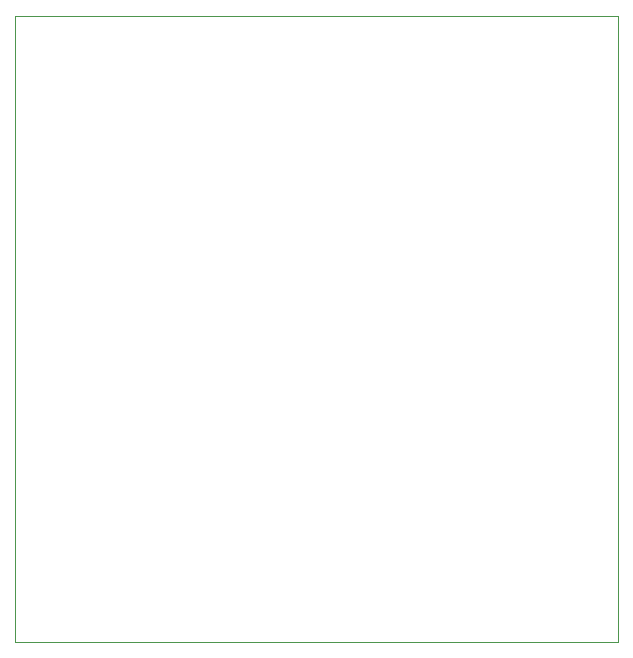
<source format=gko>
%TF.GenerationSoftware,KiCad,Pcbnew,8.0.7-8.0.7-0~ubuntu22.04.1*%
%TF.CreationDate,2024-12-29T16:10:50-07:00*%
%TF.ProjectId,MotionDetector,4d6f7469-6f6e-4446-9574-6563746f722e,A*%
%TF.SameCoordinates,Original*%
%TF.FileFunction,Profile,NP*%
%FSLAX46Y46*%
G04 Gerber Fmt 4.6, Leading zero omitted, Abs format (unit mm)*
G04 Created by KiCad (PCBNEW 8.0.7-8.0.7-0~ubuntu22.04.1) date 2024-12-29 16:10:50*
%MOMM*%
%LPD*%
G01*
G04 APERTURE LIST*
%TA.AperFunction,Profile*%
%ADD10C,0.050000*%
%TD*%
G04 APERTURE END LIST*
D10*
X100000000Y-50000000D02*
X151000000Y-50000000D01*
X151000000Y-103000000D01*
X100000000Y-103000000D01*
X100000000Y-50000000D01*
M02*

</source>
